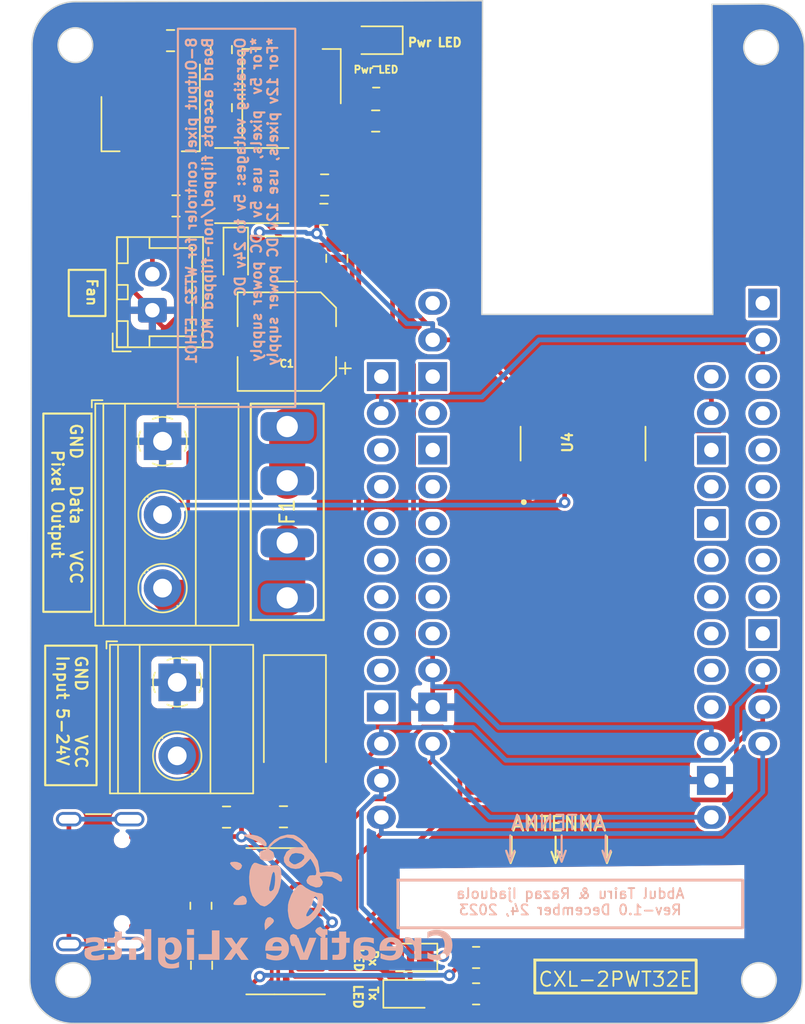
<source format=kicad_pcb>
(kicad_pcb (version 20221018) (generator pcbnew)
  (layers (0 "F.Cu" signal) (31 "B.Cu" signal) (34 "B.Paste" user) (35 "F.Paste" user) (36 "B.SilkS" user "B.Silkscreen") (37 "F.SilkS" user "F.Silkscreen") (38 "B.Mask" user) (39 "F.Mask" user) (44 "Edge.Cuts" user))
  (net 0 "")
  (net 1 "RPP")
  (net 2 "GND")
  (net 3 "Net-(U1-SW)")
  (net 4 "Net-(U1-BST)")
  (net 5 "VOUT")
  (net 6 "VIN")
  (net 7 "Net-(D2-K)")
  (net 8 "3V3")
  (net 9 "Net-(JST1-Pin_3)")
  (net 18 "3.3V")
  (net 19 "Port-1")
  (net 26 "EN")
  (net 28 "RxOut")
  (net 33 "Net-(D3-A)")
  (net 39 "TxOut")
  (net 45 "Net-(D4-A)")
  (net 48 "DTR")
  (net 49 "IO0")
  (net 67 "Output-1")
  (net 70 "F5V")
  (net 76 "VBUS")
  (net 77 "D+")
  (net 78 "D-")
  (net 79 "unconnected-(J4-SHIELD-PadS1)")
  (footprint "Capacitor_SMD:C_0805_2012Metric_Pad1.18x1.45mm_HandSolder" (layer "F.Cu") (at 114.0605 100.4869 -90)
    (fp_text reference "C12" hide)
    (fp_text value "1uF")
  )
  (footprint "Capacitor_SMD:C_0805_2012Metric_Pad1.18x1.45mm_HandSolder" (layer "F.Cu") (at 111.9114 36.522)
    (fp_text reference "C8" hide)
    (fp_text value "10uF")
  )
  (footprint "Capacitor_SMD:C_0805_2012Metric_Pad1.18x1.45mm_HandSolder" (layer "F.Cu") (at 115.7902 90.2336 180)
    (fp_text reference "C6" hide)
    (fp_text value "100nF")
  )
  (footprint "Package_TO_SOT_SMD:SOT-223-3_TabPin2" (layer "F.Cu") (at 120.2903 39.0127 90)
    (fp_text reference "U7" hide)
    (fp_text value "AMS1117-3.3")
  )
  (footprint "LED_SMD:LED_0805_2012Metric_Pad1.15x1.40mm_HandSolder" (layer "F.Cu") (at 126.1319 36.4941 180)
    (fp_text reference "D2" hide)
    (fp_text value "Pwr LED")
  )
  (footprint "Capacitor_SMD:C_0805_2012Metric_Pad1.18x1.45mm_HandSolder" (layer "F.Cu") (at 115.4294 41.1656 90)
    (fp_text reference "C5" hide)
    (fp_text value "1uF")
  )
  (footprint "Connector_USB:USB_C_Receptacle_GCT_USB4105-xx-A_16P_TopMnt_Horizontal" (layer "F.Cu") (at 105.9488 94.6994 -90)
    (fp_text reference "J4" hide)
    (fp_text value "USB_C")
  )
  (footprint "Diode_SMD:D_SOD-323_HandSoldering" (layer "F.Cu") (at 116.4294 51.4622 -90)
    (fp_text reference "D5" hide)
    (fp_text value "SS14")
  )
  (footprint "Package_TO_SOT_SMD:TSOT-23-6" (layer "F.Cu") (at 119.8709 51.6231)
    (fp_text reference "U1" hide)
    (fp_text value "AP63205WU")
  )
  (footprint "Capacitor_SMD:C_0805_2012Metric_Pad1.18x1.45mm_HandSolder" (layer "F.Cu") (at 119.7318 90.2136 180)
    (fp_text reference "C7" hide)
    (fp_text value "100nF")
  )
  (footprint "Capacitor_SMD:C_0805_2012Metric_Pad1.18x1.45mm_HandSolder" (layer "F.Cu") (at 112.2911 47.9575)
    (fp_text reference "C9" hide)
    (fp_text value "22uF")
  )
  (footprint "Diode_SMD:D_SMB_Handsoldering" (layer "F.Cu") (at 120.5252 83.737 -90)
    (fp_text reference "D1" hide)
    (fp_text value "STR10100BF")
  )
  (footprint "Package_TO_SOT_SMD:SOT-223-3_TabPin2" (layer "F.Cu") (at 110.5356 42.2675 -90)
    (fp_text reference "U6" hide)
    (fp_text value "AMS1117-3.3")
  )
  (footprint "SN74HC125DR:SOIC127P600X175-14N" (layer "F.Cu") (at 140.4808 64.399 90)
    (fp_text reference "U4")
    (fp_text value "SN74HC125DR")
  )
  (footprint "WT32-ETH-Fuse-Holder:MCCQ-122_MTC" (layer "F.Cu") (at 119.9944 74.9686 90)
    (fp_text reference "F1")
    (fp_text value "~")
  )
  (footprint "Resistor_SMD:R_0805_2012Metric_Pad1.20x1.40mm_HandSolder" (layer "F.Cu") (at 114.0183 96.3703 90)
    (fp_text reference "R6" hide)
    (fp_text value "120")
  )
  (footprint "Capacitor_SMD:C_0805_2012Metric_Pad1.18x1.45mm_HandSolder" (layer "F.Cu") (at 123.4294 51.583 90)
    (fp_text reference "C2" hide)
    (fp_text value "100nF")
  )
  (footprint "Package_SO:SOP-16_3.9x9.9mm_P1.27mm" (layer "F.Cu") (at 119.1065 97.4378 180)
    (fp_text reference "U5" hide)
    (fp_text value "CH340C")
  )
  (footprint "Resistor_SMD:R_0805_2012Metric_Pad1.20x1.40mm_HandSolder" (layer "F.Cu") (at 126.1569 39.0341)
    (fp_text reference "R1" hide)
    (fp_text value "1K")
  )
  (footprint "Capacitor_SMD:C_0805_2012Metric_Pad1.18x1.45mm_HandSolder" (layer "F.Cu") (at 115.4294 37.1446 -90)
    (fp_text reference "C11" hide)
    (fp_text value "22uF")
  )
  (footprint "Capacitor_SMD:C_0805_2012Metric_Pad1.18x1.45mm_HandSolder" (layer "F.Cu") (at 122.5847 46.5059)
    (fp_text reference "C3" hide)
    (fp_text value "22uF")
  )
  (footprint "Resistor_SMD:R_0805_2012Metric_Pad1.20x1.40mm_HandSolder" (layer "F.Cu") (at 133.0754 102.4609 180)
    (fp_text reference "R2" hide)
    (fp_text value "1K")
  )
  (footprint "Connector_JST:JST_XH_B2B-XH-A_1x02_P2.50mm_Vertical" (layer "F.Cu") (at 110.6532 55.1718 90)
    (fp_text reference "J3" hide)
    (fp_text value "Fan 1")
  )
  (footprint "Capacitor_SMD:C_0805_2012Metric_Pad1.18x1.45mm_HandSolder" (layer "F.Cu") (at 126.1194 42.0821)
    (fp_text reference "C10" hide)
    (fp_text value "10uF")
  )
  (footprint "Inductor_SMD:L_Taiyo-Yuden_MD-5050" (layer "F.Cu") (at 117.5411 46.5513)
    (fp_text reference "L1" hide)
    (fp_text value "4.7uH")
  )
  (footprint "WT32-ETH01:WT32_ETH01" (layer "F.Cu") (at 137.2347 94.0317 180)
    (fp_text reference "U3" hide)
    (fp_text value "WT32-ETH01")
  )
  (footprint "Capacitor_SMD:CP_Elec_6.3x5.4" (layer "F.Cu") (at 119.9662 57.3433 180)
    (fp_text reference "C1")
    (fp_text value "100uF")
  )
  (footprint "LED_SMD:LED_0805_2012Metric_Pad1.15x1.40mm_HandSolder" (layer "F.Cu") (at 128.5104 102.4609)
    (fp_text reference "D3" hide)
    (fp_text value "Tx")
  )
  (footprint "Capacitor_SMD:C_0805_2012Metric_Pad1.18x1.45mm_HandSolder" (layer "F.Cu") (at 122.5344 48.5379)
    (fp_text reference "C4" hide)
    (fp_text value "22uF")
  )
  (footprint "Resistor_SMD:R_0805_2012Metric_Pad1.20x1.40mm_HandSolder" (layer "F.Cu") (at 133.0754 99.9461 180)
    (fp_text reference "R3" hide)
    (fp_text value "1K")
  )
  (footprint "TerminalBlock_Phoenix:TerminalBlock_Phoenix_MKDS-1,5-3-5.08_1x03_P5.08mm_Horizontal" (layer "F.Cu") (at 111.3584 64.2346 -90)
    (fp_text reference "JST1" hide)
    (fp_text value "Output 1" hide)
  )
  (footprint "LED_SMD:LED_0805_2012Metric_Pad1.15x1.40mm_HandSolder" (layer "F.Cu") (at 128.5284 99.9461 180)
    (fp_text reference "D4" hide)
    (fp_text value "Rx")
  )
  (footprint "TerminalBlock_Phoenix:TerminalBlock_Phoenix_MKDS-1,5-2-5.08_1x02_P5.08mm_Horizontal" (layer "F.Cu") (at 112.3744 80.9152 -90)
    (fp_text reference "J1" hide)
    (fp_text value "4.5-28V Power Input" hide)
  )
  (footprint "LOGO" (layer "B.Cu") (at 119.906769 95.322 180)
    (fp_text reference "G***" hide)
    (fp_text value "LOGO" hide)
  )
  (footprint "WT32-ETH01:WT32_ETH01" (layer "B.Cu") (at 142.2029 88.9517)
    (fp_text reference "U2" hide)
    (fp_text value "WT32-ETH01")
  )
  (gr_line (start 133.468069 55.461831) (end 149.468069 55.461831) (stroke (width 0.1)) (layer "Edge.Cuts"))
  (gr_line (start 105.368535 33.830845) (end 133.518069 33.761831) (stroke (width 0.1)) (layer "Edge.Cuts"))
  (gr_line (start 105.168069 104.505358) (end 152.662726 104.504127) (stroke (width 0.1)) (layer "Edge.Cuts"))
  (gr_arc (start 155.662768 101.505358) (mid 154.783999 103.626258) (end 152.662726 104.504127) (stroke (width 0.1)) (layer "Edge.Cuts"))
  (gr_circle (center 105.168069 101.505358) (end 106.368069 101.505358) (stroke (width 0.1)) (fill none) (layer "Edge.Cuts"))
  (gr_arc (start 152.862376 33.985547) (mid 154.960947 34.890948) (end 155.812767 37.011831) (stroke (width 0.1)) (layer "Edge.Cuts"))
  (gr_circle (center 105.3233 36.835831) (end 106.5233 36.835831) (stroke (width 0.1)) (fill none) (layer "Edge.Cuts"))
  (gr_line (start 149.468069 55.461831) (end 149.418069 34.011831) (stroke (width 0.1)) (layer "Edge.Cuts"))
  (gr_circle (center 152.812768 36.985254) (end 154.012768 36.985254) (stroke (width 0.1)) (fill none) (layer "Edge.Cuts"))
  (gr_line (start 149.418069 34.011831) (end 152.862376 33.985547) (stroke (width 0.1)) (layer "Edge.Cuts"))
  (gr_line (start 133.518069 33.761831) (end 133.468069 55.461831) (stroke (width 0.1)) (layer "Edge.Cuts"))
  (gr_arc (start 102.31807 36.811831) (mid 103.222833 34.686407) (end 105.368535 33.830845) (stroke (width 0.1)) (layer "Edge.Cuts"))
  (gr_line (start 155.662768 101.505358) (end 155.812767 37.011831) (stroke (width 0.1)) (layer "Edge.Cuts"))
  (gr_arc (start 105.168069 104.505358) (mid 103.02887 103.608616) (end 102.1685 101.454518) (stroke (width 0.1)) (layer "Edge.Cuts"))
  (gr_circle (center 152.663999 101.505358) (end 153.863999 101.505358) (stroke (width 0.1)) (fill none) (layer "Edge.Cuts"))
  (gr_line (start 102.31807 36.811831) (end 102.1685 101.454518) (stroke (width 0.1)) (layer "Edge.Cuts"))
  (gr_text "|" (at 139.574042 92.730345) (layer "B.SilkS") (effects (font (size 1 1)) (justify left bottom mirror)))
  (gr_text ">" (at 135.953291 92.222345 90) (layer "B.SilkS") (effects (font (size 1 1)) (justify left bottom mirror)))
  (gr_text ">" (at 139.509291 92.222345 90) (layer "B.SilkS") (effects (font (size 1 1)) (justify left bottom mirror)))
  (gr_text "Creative xLights" (at 118.696479 100.450198) (layer "B.SilkS") (effects (font (size 2 2) (thickness 0.25) bold) (justify bottom mirror)))
  (gr_text "|" (at 142.622042 92.730345) (layer "B.SilkS") (effects (font (size 1 1)) (justify left bottom mirror)))
  (gr_text "|" (at 136.018042 92.730345) (layer "B.SilkS") (effects (font (size 1 1)) (justify left bottom mirror)))
  (gr_text ">" (at 142.622042 92.222345 90) (layer "B.SilkS") (effects (font (size 1 1)) (justify left bottom mirror)))
  (gr_text "ANTENNA" (at 142.114042 91.206345) (layer "B.SilkS") (effects (font (size 1 1)) (justify left bottom mirror)))
  (gr_text ">" (at 134.957359 92.305831 -90) (layer "F.SilkS") (effects (font (size 1 1)) (justify left bottom)))
  (gr_text "ANTENNA" (at 135.465359 91.289831) (layer "F.SilkS") (effects (font (size 1 1)) (justify left bottom)))
  (gr_text "|" (at 134.957359 92.813831) (layer "F.SilkS") (effects (font (size 1 1)) (justify left bottom)))
  (gr_text ">" (at 141.62611 92.305831 -90) (layer "F.SilkS") (effects (font (size 1 1)) (justify left bottom)))
  (gr_text "|" (at 141.561359 92.813831) (layer "F.SilkS") (effects (font (size 1 1)) (justify left bottom)))
  (gr_text "LED" (at 124.598513 99.208155 -90) (layer "F.SilkS") (effects (font (size 0.6 0.6) (thickness 0.15) bold) (justify left bottom)))
  (gr_text "LED" (at 124.546889 101.742552 -90) (layer "F.SilkS") (effects (font (size 0.6 0.6) (thickness 0.15) bold) (justify left bottom)))
  (gr_text "Pwr LED" (at 128.271597 37.002125) (layer "F.SilkS") (effects (font (size 0.6 0.6)) (justify left bottom)))
  (gr_text "Tx" (at 125.611257 101.861919 -90) (layer "F.SilkS") (effects (font (size 0.6 0.6) (thickness 0.15) bold) (justify left bottom)))
  (gr_text "|" (at 138.005359 92.813831) (layer "F.SilkS") (effects (font (size 1 1)) (justify left bottom)))
  (gr_text ">" (at 138.07011 92.305831 -90) (layer "F.SilkS") (effects (font (size 1 1)) (justify left bottom)))
  (gr_text "Rx" (at 125.611257 99.339437 -90) (layer "F.SilkS") (effects (font (size 0.6 0.6) (thickness 0.15) bold) (justify left bottom)))
  (gr_text_box "8-Output pixel controler for WT32-ETH01\nBoard accepts flipped/non-flipped MCU\n\nOperating voltages: 5v to 24v DC\n*For 5v  pixels, use 5v  DC power supply\n*For 12v pixels, use 12v DC power supply" (start 112.421802 61.862517) (end 120.549802 35.700517) (angle 1170) (layer "B.SilkS") (effects (font (size 0.7 0.7)) (justify left top mirror)) (stroke (width 0.15)))
  (gr_text_box "Abdul Tairu & Razaq Ijaduola\nRev-1.0 December 24, 2023" (start 127.65611 94.591831) (end 151.53211 97.893831) (angle 720) (layer "B.SilkS") (effects (font (size 0.7 0.7) (thickness 0.125) bold) (justify top mirror)) (stroke (width 0.2)))
  (gr_text_box "GND     VCC\nInput 5-24V" (start 106.786329 78.375155) (end 103.230329 88.027155) (angle 1350) (layer "F.SilkS") (effects (font (size 0.8 0.8)) (justify left top)) (stroke (width 0.15)))
  (gr_text_box "CXL-2PWT32E" (start 137.140535 100.120881) (end 148.316535 102.406881) (angle 1440) (layer "F.SilkS") (effects (font (size 1 1) (thickness 0.125) bold) (justify top)) (stroke (width 0.2)))
  (gr_text_box "Fan" (start 107.403901 52.378644) (end 104.863901 55.572708) (angle 990) (layer "F.SilkS") (effects (font (size 0.7 0.7)) (justify left top)) (stroke (width 0.15)))
  (gr_text_box "GND   Data   VCC\n   Pixel Output" (start 106.436302 62.319451) (end 103.102848 76.035451) (angle 270) (layer "F.SilkS") (effects (font (size 0.8 0.8)) (justify left top)) (stroke (width 0.15)))
  (segment (start 118.7334 53.3105) (end 118.7334 52.5731) (width 0.325) (layer "F.Cu") (net 1))
  (segment (start 123.294 79.2344) (end 123.294 64.4196) (width 2.5) (layer "F.Cu") (net 1))
  (segment (start 108.2356 39.1175) (end 109.3109 39.1175) (width 0.325) (layer "F.Cu") (net 1))
  (segment (start 118.7334 52.5731) (end 118.7334 51.6231) (width 0.325) (layer "F.Cu") (net 1))
  (segment (start 114.378 44.0921) (end 111.7602 41.4743) (width 0.325) (layer "F.Cu") (net 1))
  (segment (start 118.7334 51.6231) (end 116.525 51.6231) (width 0.325) (layer "F.Cu") (net 1))
  (segment (start 110.5146 36.8813) (end 110.8739 36.522) (width 0.325) (layer "F.Cu") (net 1))
  (segment (start 120.525 81.037) (end 120.5252 81.037) (width 2.5) (layer "F.Cu") (net 1))
  (segment (start 123.294 64.4196) (end 122.093 63.2186) (width 2.5) (layer "F.Cu") (net 1))
  (segment (start 119.994 65.0936) (end 119.994 66.9686) (width 2.5) (layer "F.Cu") (net 1))
  (segment (start 111.7602 38.1269) (end 110.5146 36.8813) (width 0.325) (layer "F.Cu") (net 1))
  (segment (start 121.492 81.037) (end 123.294 79.2344) (width 2.5) (layer "F.Cu") (net 1))
  (segment (start 120.5252 81.037) (end 121.492 81.037) (width 2.5) (layer "F.Cu") (net 1))
  (segment (start 122.093 63.2186) (end 119.9944 63.2186) (width 2.5) (layer "F.Cu") (net 1))
  (segment (start 109.3109 38.085) (end 110.5146 36.8813) (width 0.325) (layer "F.Cu") (net 1))
  (segment (start 119.9944 65.094) (end 119.9944 66.9686) (width 0.25) (layer "F.Cu") (net 1))
  (segment (start 122.7662 57.3433) (end 118.7334 53.3105) (width 0.325) (layer "F.Cu") (net 1))
  (segment (start 119.9944 63.2186) (end 119.994 63.2186) (width 2.5) (layer "F.Cu") (net 1))
  (segment (start 122.093 58.0165) (end 122.7662 57.3433) (width 0.325) (layer "F.Cu") (net 1))
  (segment (start 116.525 51.6231) (end 114.378 49.4761) (width 0.325) (layer "F.Cu") (net 1))
  (segment (start 114.378 49.4761) (end 114.378 44.0921) (width 0.325) (layer "F.Cu") (net 1))
  (segment (start 119.994 65.0936) (end 119.9944 65.094) (width 0.25) (layer "F.Cu") (net 1))
  (segment (start 109.3109 39.1175) (end 109.3109 38.085) (width 0.325) (layer "F.Cu") (net 1))
  (segment (start 122.093 63.2186) (end 122.093 58.0165) (width 0.325) (layer "F.Cu") (net 1))
  (segment (start 119.994 63.2186) (end 119.994 65.0936) (width 2.5) (layer "F.Cu") (net 1))
  (segment (start 111.7602 41.4743) (end 111.7602 38.1269) (width 0.325) (layer "F.Cu") (net 1))
  (segment (start 116.915 41.6137) (end 115.4294 40.1281) (width 0.325) (layer "F.Cu") (net 2))
  (segment (start 115.4294 40.1281) (end 115.1567 39.8554) (width 0.325) (layer "F.Cu") (net 2))
  (segment (start 140.4808 68.2019) (end 140.4808 66.874) (width 0.325) (layer "F.Cu") (net 2))
  (segment (start 131.2717 81.2967) (end 130.0668 81.2967) (width 0.325) (layer "F.Cu") (net 2))
  (segment (start 143.386 68.2019) (end 140.4808 68.2019) (width 0.325) (layer "F.Cu") (net 2))
  (segment (start 115.1567 39.1175) (end 115.1567 38.4548) (width 0.325) (layer "F.Cu") (net 2))
  (segment (start 114.9551 34.5158) (end 124.7476 34.5158) (width 0.325) (layer "F.Cu") (net 2))
  (segment (start 139.5323 69.2107) (end 140.4808 68.2622) (width 0.325) (layer "F.Cu") (net 2))
  (segment (start 115.8179 89.1684) (end 114.7527 90.2336) (width 0.325) (layer "F.Cu") (net 2))
  (segment (start 138.5837 69.2107) (end 139.5323 69.2107) (width 0.325) (layer "F.Cu") (net 2))
  (segment (start 116.915 42.1627) (end 116.915 41.6137) (width 0.325) (layer "F.Cu") (net 2))
  (segment (start 110.2179 97.8994) (end 109.6288 97.8994) (width 0.25) (layer "F.Cu") (net 2))
  (segment (start 112.3744 82.5405) (end 110.7335 84.1814) (width 0.325) (layer "F.Cu") (net 2))
  (segment (start 123.5719 48.5379) (end 124.4879 49.4539) (width 0.325) (layer "F.Cu") (net 2))
  (segment (start 124.7476 34.5158) (end 126.0085 35.7767) (width 0.325) (layer "F.Cu") (net 2))
  (segment (start 110.6532 55.1718) (end 107.1115 51.6301) (width 0.325) (layer "F.Cu") (net 2))
  (segment (start 113.3286 54.6681) (end 113.3286 47.9575) (width 0.325) (layer "F.Cu") (net 2))
  (segment (start 113.8429 101.5244) (end 110.2179 97.8994) (width 0.25) (layer "F.Cu") (net 2))
  (segment (start 112.8356 36.522) (end 112.8356 37.7922) (width 0.325) (layer "F.Cu") (net 2))
  (segment (start 115.1567 39.8554) (end 115.1567 39.1175) (width 0.325) (layer "F.Cu") (net 2))
  (segment (start 111.3584 64.2346) (end 111.3584 65.8599) (width 0.325) (layer "F.Cu") (net 2))
  (segment (start 112.9489 36.522) (end 114.9551 34.5158) (width 0.325) (layer "F.Cu") (net 2))
  (segment (start 118.6943 90.2136) (end 117.6491 89.1684) (width 0.325) (layer "F.Cu") (net 2))
  (segment (start 137.1186 75.4498) (end 136.456 76.1124) (width 0.325) (layer "F.Cu") (net 2))
  (segment (start 127.1569 41.0341) (end 127.1569 42.0821) (width 0.325) (layer "F.Cu") (net 2))
  (segment (start 137.1186 70.6758) (end 137.1186 75.4498) (width 0.325) (layer "F.Cu") (net 2))
  (segment (start 117.6491 89.1684) (end 115.8179 89.1684) (width 0.325) (layer "F.Cu") (net 2))
  (segment (start 140.4808 68.2622) (end 140.4808 68.2019) (width 0.325) (layer "F.Cu") (net 2))
  (segment (start 112.8356 36.522) (end 112.9489 36.522) (width 0.325) (layer "F.Cu") (net 2))
  (segment (start 124.4879 53.1911) (end 124.1037 53.5753) (width 0.325) (layer "F.Cu") (net 2))
  (segment (start 123.6222 46.5059) (end 123.5719 46.5059) (width 0.325) (layer "F.Cu") (net 2))
  (segment (start 120.0527 103.4366) (end 110.4047 103.4366) (width 0.25) (layer "F.Cu") (net 2))
  (segment (start 122.0106 53.5753) (end 121.0084 52.5731) (width 0.325) (layer "F.Cu") (net 2))
  (segment (start 123.5719 46.5059) (end 123.5719 48.5379) (width 0.325) (layer "F.Cu") (net 2))
  (segment (start 111.4063 62.5614) (end 111.3584 62.6093) (width 0.325) (layer "F.Cu") (net 2))
  (segment (start 110.433 90.032) (end 110.433 90.7769) (width 0.25) (layer "F.Cu") (net 2))
  (segment (start 114.7527 90.2336) (end 114.504 90.4823) (width 0.325) (layer "F.Cu") (net 2))
  (segment (start 110.433 90.7769) (end 109.7105 91.4994) (width 0.25) (layer "F.Cu") (net 2))
  (segment (start 112.8356 39.1175) (end 112.8356 37.7922) (width 0.325) (layer "F.Cu") (net 2))
  (segment (start 148.0455 87.702) (end 136.456 76.1124) (width 0.325) (layer "F.Cu") (net 2))
  (segment (start 136.6708 66.874) (end 136.6708 67.2978) (width 0.325) (layer "F.Cu") (net 2))
  (segment (start 115.1567 39.1175) (end 113.9109 39.1175) (width 0.325) (layer "F.Cu") (net 2))
  (segment (start 123.4203 46.5059) (end 121.4515 44.5371) (width 0.325) (layer "F.Cu") (net 2))
  (segment (start 130.0668 82.622) (end 130.0668 81.2967) (width 0.325) (layer "F.Cu") (net 2))
  (segment (start 115.1567 38.4548) (end 115.4294 38.1821) (width 0.325) (layer "F.Cu") (net 2))
  (segment (start 111.6467 56.35) (end 113.3286 54.6681) (width 0.325) (layer "F.Cu") (net 2))
  (segment (start 136.6708 67.2978) (end 138.5837 69.2107) (width 0.325) (layer "F.Cu") (net 2))
  (segment (start 124.4879 49.4539) (end 124.4879 53.1911) (width 0.325) (layer "F.Cu") (net 2))
  (segment (start 106.6539 91.046) (end 108.9062 88.7937) (width 0.25) (layer "F.Cu") (net 2))
  (segment (start 110.7335 86.7118) (end 114.504 90.4823) (width 0.325) (layer "F.Cu") (net 2))
  (segment (start 121.6065 101.8828) (end 120.0527 103.4366) (width 0.25) (layer "F.Cu") (net 2))
  (segment (start 123.5719 46.5059) (end 123.4203 46.5059) (width 0.325) (layer "F.Cu") (net 2))
  (segment (start 112.2112 92.7751) (end 112.2112 95.9061) (width 0.25) (layer "F.Cu") (net 2))
  (segment (start 109.1947 68.0236) (end 109.1947 88.7937) (width 0.25) (layer "F.Cu") (net 2))
  (segment (start 107.1115 51.6301) (end 107.1115 37.9836) (width 0.325) (layer "F.Cu") (net 2))
  (segment (start 111.4063 56.35) (end 111.6467 56.35) (width 0.325) (layer "F.Cu") (net 2))
  (segment (start 119.4752 43.6476) (end 117.9903 42.1627) (width 0.325) (layer "F.Cu") (net 2))
  (segment (start 124.1037 53.5753) (end 122.0106 53.5753) (width 0.325) (layer "F.Cu") (net 2))
  (segment (start 144.2908 67.2971) (end 143.386 68.2019) (width 0.325) (layer "F.Cu") (net 2))
  (segment (start 111.771 35.4574) (end 112.8356 36.522) (width 0.325) (layer "F.Cu") (net 2))
  (segment (start 114.0605 101.5244) (end 113.8429 101.5244) (width 0.325) (layer "F.Cu") (net 2))
  (segment (start 117.1662 57.3433) (end 116.0038 57.3433) (width 0.325) (layer "F.Cu") (net 2))
  (segment (start 149.3708 87.702) (end 148.0455 87.702) (width 0.325) (layer "F.Cu") (net 2))
  (segment (start 112.3744 80.9152) (end 112.3744 82.5405) (width 0.325) (layer "F.Cu") (net 2))
  (segment (start 107.1115 37.9836) (end 109.6377 35.4574) (width 0.325) (layer "F.Cu") (net 2))
  (segment (start 125.1569 39.0341) (end 127.1569 41.0341) (width 0.325) (layer "F.Cu") (net 2))
  (segment (start 136.456 76.1124) (end 131.2717 81.2967) (width 0.325) (layer "F.Cu") (net 2))
  (segment (start 117.9903 42.1627) (end 116.915 42.1627) (width 0.325) (layer "F.Cu") (net 2))
  (segment (start 111.3584 65.8599) (end 109.1947 68.0236) (width 0.325) (layer "F.Cu") (net 2))
  (segment (start 111.4063 56.35) (end 111.4063 62.5614) (width 0.325) (layer "F.Cu") (net 2))
  (segment (start 106.6539 99.6858) (end 106.6539 91.046) (width 0.25) (layer "F.Cu") (net 2))
  (segment (start 110.6532 55.5969) (end 111.4063 56.35) (width 0.325) (layer "F.Cu") (net 2))
  (segment (start 119.8063 43.6476) (end 119.4752 43.6476) (width 0.325) (layer "F.Cu") (net 2))
  (segment (start 111.3584 63.4219) (end 111.3584 62.6093) (width 0.325) (layer "F.Cu") (net 2))
  (segment (start 112.8356 39.1175) (end 113.9109 39.1175) (width 0.325) (layer "F.Cu") (net 2))
  (segment (start 138.5837 69.2107) (end 137.1186 70.6758) (width 0.325) (layer "F.Cu") (net 2))
  (segment (start 121.4515 44.5371) (end 120.6958 44.5371) (width 0.325) (layer "F.Cu") (net 2))
  (segment (start 109.1947 88.7937) (end 110.433 90.032) (width 0.25) (layer "F.Cu") (net 2))
  (segment (start 120.6958 44.5371) (end 119.8063 43.6476) (width 0.325) (layer "F.Cu") (net 2))
  (segment (start 110.4047 103.4366) (end 106.6539 99.6858) (width 0.25) (layer "F.Cu") (net 2))
  (segment (start 126.0085 35.7767) (end 126.0085 38.1825) (width 0.325) (layer "F.Cu") (net 2))
  (segment (start 108.9062 88.7937) (end 109.1947 88.7937) (width 0.25) (layer "F.Cu") (net 2))
  (segment (start 110.6532 55.1718) (end 110.6532 55.5969) (width 0.325) (layer "F.Cu") (net 2))
  (segment (start 116.0038 57.3433) (end 113.3286 54.6681) (width 0.325) (layer "F.Cu") (net 2))
  (segment (start 126.0085 38.1825) (end 125.1569 39.0341) (width 0.325) (layer "F.Cu") (net 2))
  (segment (start 112.2112 95.9061) (end 110.2179 97.8994) (width 0.25) (layer "F.Cu") (net 2))
  (segment (start 109.7105 91.4994) (end 109.6288 91.4994) (width 0.25) (layer "F.Cu") (net 2))
  (segment (start 144.2908 66.874) (end 144.2908 67.2971) (width 0.325) (layer "F.Cu") (net 2))
  (segment (start 111.3584 63.4219) (end 111.3584 64.2346) (width 0.325) (layer "F.Cu") (net 2))
  (segment (start 114.504 90.4823) (end 112.2112 92.7751) (width 0.25) (layer "F.Cu") (net 2))
  (segment (start 109.6377 35.4574) (end 111.771 35.4574) (width 0.325) (layer "F.Cu") (net 2))
  (segment (start 110.7335 84.1814) (end 110.7335 86.7118) (width 0.325) (layer "F.Cu") (net 2))
  (segment (start 112.3744 79.2899) (end 109.7331 76.6486) (width 0.325) (layer "B.Cu") (net 2))
  (segment (start 109.7331 67.4852) (end 111.3584 65.8599) (width 0.325) (layer "B.Cu") (net 2))
  (segment (start 130.0668 82.622) (end 128.7415 82.622) (width 0.325) (layer "B.Cu") (net 2))
  (segment (start 128.7415 82.622) (end 128.7415 82.3734) (width 0.325) (layer "B.Cu") (net 2))
  (segment (start 127.6648 81.2967) (end 114.3812 81.2967) (width 0.325) (layer "B.Cu") (net 2))
  (segment (start 111.3584 64.2346) (end 111.3584 65.8599) (width 0.325) (layer "B.Cu") (net 2))
  (segment (start 109.7331 76.6486) (end 109.7331 67.4852) (width 0.325) (layer "B.Cu") (net 2))
  (segment (start 114.3812 81.2967) (end 113.9997 80.9152) (width 0.325) (layer "B.Cu") (net 2))
  (segment (start 112.3744 80.9152) (end 113.9997 80.9152) (width 0.325) (layer "B.Cu") (net 2))
  (segment (start 112.3744 80.9152) (end 112.3744 79.2899) (width 0.325) (layer "B.Cu") (net 2))
  (segment (start 128.7415 82.3734) (end 127.6648 81.2967) (width 0.325) (layer "B.Cu") (net 2))
  (segment (start 115.7411 46.5513) (end 116.8164 46.5513) (width 0.325) (layer "F.Cu") (net 3))
  (segment (start 116.8164 47.4079) (end 119.9073 50.4988) (width 0.325) (layer "F.Cu") (net 3))
  (segment (start 121.0084 51.6231) (end 122.432 51.6231) (width 0.325) (layer "F.Cu") (net 3))
  (segment (start 119.9073 50.4988) (end 119.9073 50.9105) (width 0.325) (layer "F.Cu") (net 3))
  (segment (start 122.432 51.6231) (end 123.4294 52.6205) (width 0.325) (layer "F.Cu") (net 3))
  (segment (start 120.6199 51.6231) (end 121.0084 51.6231) (width 0.325) (layer "F.Cu") (net 3))
  (segment (start 116.8164 46.5513) (end 116.8164 47.4079) (width 0.325) (layer "F.Cu") (net 3))
  (segment (start 119.9073 50.9105) (end 120.6199 51.6231) (width 0.325) (layer "F.Cu") (net 3))
  (segment (start 123.3018 50.6731) (end 123.4294 50.5455) (width 0.325) (layer "F.Cu") (net 4))
  (segment (start 121.0084 50.6731) (end 123.3018 50.6731) (width 0.325) (layer "F.Cu") (net 4))
  (segment (start 119.3411 46.5513) (end 121.492 46.5513) (width 0.325) (layer "F.Cu") (net 5))
  (segment (start 136.6708 61.4247) (end 136.6708 61.924) (width 0.325) (layer "F.Cu") (net 5))
  (segment (start 127.7406 44.8214) (end 125.0819 42.1627) (width 0.325) (layer "F.Cu") (net 5))
  (segment (start 119.3411 46.5513) (end 119.3411 44.126) (width 0.325) (layer "F.Cu") (net 5))
  (segment (start 149.3708 62.302) (end 149.3708 61.1767) (width 0.325) (layer "F.Cu") (net 5))
  (segment (start 121.492 46.5513) (end 121.4969 46.5562) (width 0.325) (layer "F.Cu") (net 5))
  (segment (start 122.0396 49.0806) (end 121.4969 48.5379) (width 0.325) (layer "F.Cu") (net 5))
  (segment (start 118.7334 50.6731) (end 118.2725 50.2122) (width 0.325) (layer "F.Cu") (net 5))
  (segment (start 118.2725 50.2122) (end 118.0718 50.2122) (width 0.325) (layer "F.Cu") (net 5))
  (segment (start 121.5472 46.5059) (end 121.4969 46.5562) (width 0.325) (layer "F.Cu") (net 5))
  (segment (start 121.4969 46.5562) (end 121.4969 48.5379) (width 0.325) (layer "F.Cu") (net 5))
  (segment (start 147.6512 60.5824) (end 137.5131 60.5824) (width 0.325) (layer "F.Cu") (net 5))
  (segment (start 119.3411 44.126) (end 117.3523 44.126) (width 0.325) (layer "F.Cu") (net 5))
  (segment (start 130.0668 57.222) (end 130.0668 56.0967) (width 0.325) (layer "F.Cu") (net 5))
  (segment (start 130.0668 56.0967) (end 129.6448 56.0967) (width 0.325) (layer "F.Cu") (net 5))
  (segment (start 122.0396 49.8653) (end 122.0396 49.0806) (width 0.325) (layer "F.Cu") (net 5))
  (segment (start 129.6448 56.0967) (end 127.7406 54.1925) (width 0.325) (layer "F.Cu") (net 5))
  (segment (start 127.7406 54.1925) (end 127.7406 44.8214) (width 0.325) (layer "F.Cu") (net 5))
  (segment (start 148.2455 61.1767) (end 147.6512 60.5824) (width 0.325) (layer "F.Cu") (net 5))
  (segment (start 118.0718 50.2122) (end 116.4294 50.2122) (width 0.325) (layer "F.Cu") (net 5))
  (segment (start 117.3523 44.126) (end 115.4294 42.2031) (width 0.325) (layer "F.Cu") (net 5))
  (segment (start 125.0819 42.1627) (end 123.6656 42.1627) (width 0.325) (layer "F.Cu") (net 5))
  (segment (start 122.5903 42.1627) (end 123.6656 42.1627) (width 0.325) (layer "F.Cu") (net 5))
  (segment (start 137.5131 60.5824) (end 136.6708 61.4247) (width 0.325) (layer "F.Cu") (net 5))
  (segment (start 118.0718 50.2122) (end 118.0718 49.7692) (width 0.325) (layer "F.Cu") (net 5))
  (segment (start 132.4681 57.222) (end 130.0668 57.222) (width 0.325) (layer "F.Cu") (net 5))
  (segment (start 149.3708 61.1767) (end 148.2455 61.1767) (width 0.325) (layer "F.Cu") (net 5))
  (segment (start 136.6708 61.4247) (end 132.4681 57.222) (width 0.325) (layer "F.Cu") (net 5))
  (segment (start 125.0819 42.1627) (end 125.0819 42.0821) (width 0.325) (layer "F.Cu") (net 5))
  (via (at 118.0718 49.7692) (size 0.8) (drill 0.4) (layers "F.Cu" "B.Cu") (net 5))
  (via (at 122.0396 49.8653) (size 0.8) (drill 0.4) (layers "F.Cu" "B.Cu") (net 5))
  (segment (start 121.3617 49.8653) (end 121.2656 49.7692) (width 0.325) (layer "B.Cu") (net 5))
  (segment (start 121.2656 49.7692) (end 118.0718 49.7692) (width 0.325) (layer "B.Cu") (net 5))
  (segment (start 128.271 56.0967) (end 122.0396 49.8653) (width 0.325) (layer "B.Cu") (net 5))
  (segment (start 122.0396 49.8653) (end 121.3617 49.8653) (width 0.325) (layer "B.Cu") (net 5))
  (segment (start 130.0668 56.0967) (end 128.271 56.0967) (width 0.325) (layer "B.Cu") (net 5))
  (segment (start 130.0668 57.222) (end 130.0668 56.0967) (width 0.325) (layer "B.Cu") (net 5))
  (segment (start 112.374 85.9952) (end 112.3744 85.9952) (width 2.5) (layer "F.Cu") (net 6))
  (segment (start 112.3744 85.9952) (end 120.083 85.9952) (width 2.5) (layer "F.Cu") (net 6))
  (segment (start 120.083 85.9952) (end 120.304 86.2161) (width 2.5) (layer "F.Cu") (net 6))
  (segment (start 120.304 86.2161) (end 120.3043 86.2161) (width 0.325) (layer "F.Cu") (net 6))
  (segment (start 120.3043 86.2161) (end 120.5252 86.437) (width 0.325) (layer "F.Cu") (net 6))
  (segment (start 120.304 86.2161) (end 120.525 86.437) (width 2.5) (layer "F.Cu") (net 6))
  (segment (start 127.1569 39.0341) (end 127.1569 36.4941) (width 0.325) (layer "F.Cu") (net 7))
  (segment (start 127.2902 47.8609) (end 123.9861 44.5568) (width 0.325) (layer "F.Cu") (net 8))
  (segment (start 121.5035 43.3153) (end 121.5035 40.0975) (width 0.325) (layer "F.Cu") (net 8))
  (segment (start 122.745 44.5568) (end 121.5035 43.3153) (width 0.325) (layer "F.Cu") (net 8))
  (segment (start 130.0668 78.9567) (end 129.6448 78.9567) (width 0.325) (layer "F.Cu") (net 8))
  (segment (start 127.2902 57.4919) (end 127.2902 47.8609) (width 0.325) (layer "F.Cu") (net 8))
  (segment (start 129.6448 78.9567) (end 128.7414 78.0533) (width 0.325) (layer "F.Cu") (net 8))
  (segment (start 121.5035 40.0975) (end 125.1069 36.4941) (width 0.325) (layer "F.Cu") (net 8))
  (segment (start 130.0668 80.082) (end 130.0668 78.9567) (width 0.325) (layer "F.Cu") (net 8))
  (segment (start 128.7414 58.9431) (end 127.2902 57.4919) (width 0.325) (layer "F.Cu") (net 8))
  (segment (start 123.9861 44.5568) (end 122.745 44.5568) (width 0.325) (layer "F.Cu") (net 8))
  (segment (start 128.7414 78.0533) (end 128.7414 58.9431) (width 0.325) (layer "F.Cu") (net 8))
  (segment (start 149.3708 85.162) (end 149.3708 84.0367) (width 0.325) (layer "B.Cu") (net 8))
  (segment (start 130.0668 80.082) (end 130.0668 81.2073) (width 0.325) (layer "B.Cu") (net 8))
  (segment (start 134.6584 84.0367) (end 131.829 81.2073) (width 0.325) (layer "B.Cu") (net 8))
  (segment (start 149.3708 84.0367) (end 134.6584 84.0367) (width 0.325) (layer "B.Cu") (net 8))
  (segment (start 131.829 81.2073) (end 130.0668 81.2073) (width 0.325) (layer "B.Cu") (net 8))
  (segment (start 119.9944 74.119) (end 119.9944 75.0686) (width 0.25) (layer "F.Cu") (net 9))
  (segment (start 119.994 72.6936) (end 119.994 74.1186) (width 2.5) (layer "F.Cu") (net 9))
  (segment (start 119.994 74.1186) (end 119.994 75.0686) (width 2.5) (layer "F.Cu") (net 9))
  (segment (start 111.3584 74.395) (end 111.3584 74.3946) (width 0.325) (layer "F.Cu") (net 9))
  (segment (start 119.994 75.0686) (end 112.032 75.0686) (width 2.5) (layer "F.Cu") (net 9))
  (segment (start 119.9944 72.6932) (end 119.9944 71.2686) (width 0.25) (layer "F.Cu") (net 9))
  (segment (start 119.994 74.1186) (end 119.9944 74.119) (width 0.325) (layer "F.Cu") (net 9))
  (segment (start 119.994 72.6936) (end 119.9944 72.6932) (width 0.25) (layer "F.Cu") (net 9))
  (segment (start 111.3584 74.395) (end 111.358 74.3946) (width 2.5) (layer "F.Cu") (net 9))
  (segment (start 112.032 75.0686) (end 111.3584 74.395) (width 2.5) (layer "F.Cu") (net 9))
  (segment (start 119.994 71.2686) (end 119.994 72.6936) (width 2.5) (layer "F.Cu") (net 9))
  (segment (start 123.7957 45.0072) (end 124.9453 46.1568) (width 0.325) (layer "F.Cu") (net 18))
  (segment (start 112.9761 94.781) (end 115.4239 92.3332) (width 0.325) (layer "F.Cu") (net 18))
  (segment (start 116.1752 91.5819) (end 115.4239 92.3332) (width 0.325) (layer "F.Cu") (net 18))
  (segment (start 112.9761 100.0044) (end 112.9761 94.781) (width 0.325) (layer "F.Cu") (net 18))
  (segment (start 120.2903 42.1627) (end 119.215 42.1627) (width 0.325) (layer "F.Cu") (net 18))
  (segment (start 120.2903 35.8627) (end 118.065 35.8627) (width 0.325) (layer "F.Cu") (net 18))
  (segment (start 117.4769 101.8828) (end 116.6065 101.8828) (width 0.325) (layer "F.Cu") (net 18))
  (segment (start 124.9453 46.1568) (end 124.9453 86.0376) (width 0.325) (layer "F.Cu") (net 18))
  (segment (start 120.2903 42.1627) (end 120.2903 43.488) (width 0.325) (layer "F.Cu") (net 18))
  (segment (start 118.6497 92.3332) (end 120.7693 90.2136) (width 0.325) (layer "F.Cu") (net 18))
  (segment (start 122.5585 45.0072) (end 123.7957 45.0072) (width 0.325) (layer "F.Cu") (net 18))
  (segment (start 132.0754 100.4609) (end 134.0754 102.4609) (width 0.325) (layer "F.Cu") (net 18))
  (segment (start 118.065 35.8627) (end 117.8206 36.1071) (width 0.325) (layer "F.Cu") (net 18))
  (segment (start 117.8206 36.1071) (end 117.8206 36.7674) (width 0.325) (layer "F.Cu") (net 18))
  (segment (start 113.4586 100.4869) (end 112.9761 100.0044) (width 0.325) (layer "F.Cu") (net 18))
  (segment (start 116.8277 91.5819) (end 116.1752 91.5819) (width 0.325) (layer "F.Cu") (net 18))
  (segment (start 131.9436 100.4609) (end 131.2273 101.1772) (width 0.325) (layer "F.Cu") (net 18))
  (segment (start 116.187 101.8828) (end 114.7911 100.4869) (width 0.325) (layer "F.Cu") (net 18))
  (segment (start 124.9453 86.0376) (end 120.7693 90.2136) (width 0.325) (layer "F.Cu") (net 18))
  (segment (start 119.215 38.1618) (end 119.215 42.1627) (width 0.325) (layer "F.Cu") (net 18))
  (segment (start 132.0754 100.4609) (end 131.9436 100.4609) (width 0.325) (layer "F.Cu") (net 18))
  (segment (start 117.8206 36.1071) (end 115.4294 36.1071) (width 0.325) (layer "F.Cu") (net 18))
  (segment (start 118.0943 101.2654) (end 117.4769 101.8828) (width 0.325) (layer "F.Cu") (net 18))
  (segment (start 121.6065 98.0728) (end 122.5405 98.0728) (width 0.325) (layer "F.Cu") (net 18))
  (segment (start 115.4239 92.3332) (end 118.6497 92.3332) (width 0.325) (layer "F.Cu") (net 18))
  (segment (start 122.5405 98.0728) (end 123.1047 97.5086) (width 0.325) (layer "F.Cu") (net 18))
  (segment (start 120.2903 43.488) (end 121.0393 43.488) (width 0.325) (layer "F.Cu") (net 18))
  (segment (start 114.7911 100.4869) (end 113.4586 100.4869) (width 0.325) (layer "F.Cu") (net 18))
  (segment (start 116.8277 90.2336) (end 116.8277 91.5819) (width 0.325) (layer "F.Cu") (net 18))
  (segment (start 132.0754 99.9461) (end 132.0754 100.4609) (width 0.325) (layer "F.Cu") (net 18))
  (segment (start 116.6065 101.8828) (end 116.187 101.8828) (width 0.325) (layer "F.Cu") (net 18))
  (segment (start 117.8206 36.7674) (end 119.215 38.1618) (width 0.325) (layer "F.Cu") (net 18))
  (segment (start 121.0393 43.488) (end 122.5585 45.0072) (width 0.325) (layer "F.Cu") (net 18))
  (via (at 123.1047 97.5086) (size 0.8) (drill 0.4) (layers "F.Cu" "B.Cu") (net 18))
  (via (at 118.0943 101.2654) (size 0.8) (drill 0.4) (layers "F.Cu" "B.Cu") (net 18))
  (via (at 116.8277 91.5819) (size 0.8) (drill 0.4) (layers "F.Cu" "B.Cu") (net 18))
  (via (at 131.2273 101.1772) (size 0.8) (drill 0.4) (layers "F.Cu" "B.Cu") (net 18))
  (segment (start 123.1047 97.5086) (end 117.178 91.5819) (width 0.325) (layer "B.Cu") (net 18))
  (segment (start 131.2273 101.1772) (end 118.1825 101.1772) (width 0.325) (layer "B.Cu") (net 18))
  (segment (start 117.178 91.5819) (end 116.8277 91.5819) (width 0.325) (layer "B.Cu") (net 18))
  (segment (start 118.1825 101.1772) (end 118.0943 101.2654) (width 0.325) (layer "B.Cu") (net 18))
  (segment (start 152.9268 57.222) (end 152.9268 58.3473) (width 0.325) (layer "F.Cu") (net 19))
  (segment (start 151.1488 62.3313) (end 149.9635 63.5166) (width 0.325) (layer "F.Cu") (net 19))
  (segment (start 151.1488 59.7033) (end 151.1488 62.3313) (width 0.325) (layer "F.Cu") (net 19))
  (segment (start 137.9408 66.4163) (end 137.9408 66.874) (width 0.325) (layer "F.Cu") (net 19))
  (segment (start 140.8405 63.5166) (end 137.9408 66.4163) (width 0.325) (layer "F.Cu") (net 19))
  (segment (start 149.9635 63.5166) (end 140.8405 63.5166) (width 0.325) (layer "F.Cu") (net 19))
  (segment (start 152.9268 58.3473) (end 152.5048 58.3473) (width 0.325) (layer "F.Cu") (net 19))
  (segment (start 152.5048 58.3473) (end 151.1488 59.7033) (width 0.325) (layer "F.Cu") (net 19))
  (segment (start 137.4335 57.222) (end 133.4788 61.1767) (width 0.325) (layer "B.Cu") (net 19))
  (segment (start 126.5108 62.302) (end 126.5108 61.1767) (width 0.325) (layer "B.Cu") (net 19))
  (segment (start 152.9268 57.222) (end 137.4335 57.222) (width 0.325) (layer "B.Cu") (net 19))
  (segment (start 133.4788 61.1767) (end 126.5108 61.1767) (width 0.325) (layer "B.Cu") (net 19))
  (segment (start 124.1889 93.3682) (end 122.6683 94.8888) (width 0.325) (layer "F.Cu") (net 26))
  (segment (start 122.6683 94.8888) (end 120.5273 94.8888) (width 0.325) (layer "F.Cu") (net 26))
  (segment (start 117.0158 99.3428) (end 116.6065 99.3428) (width 0.325) (layer "F.Cu") (net 26))
  (segment (start 125.9491 88.972) (end 124.1889 90.7322) (width 0.325) (layer "F.Cu") (net 26))
  (segment (start 124.1889 90.7322) (end 124.1889 93.3682) (width 0.325) (layer "F.Cu") (net 26))
  (segment (start 118.5599 96.8562) (end 118.5599 97.7987) (width 0.325) (layer "F.Cu") (net 26))
  (segment (start 130.0668 85.162) (end 130.0668 86.2873) (width 0.325) (layer "F.Cu") (net 26))
  (segment (start 118.5599 97.7987) (end 117.0158 99.3428) (width 0.325) (layer "F.Cu") (net 26))
  (segment (start 116.6065 99.3428) (end 114.1671 99.3428) (width 0.325) (layer "F.Cu") (net 26))
  (segment (start 114.1671 99.3428) (end 114.0605 99.4494) (width 0.325) (layer "F.Cu") (net 26))
  (segment (start 127.3821 88.972) (end 125.9491 88.972) (width 0.325) (layer "F.Cu") (net 26))
  (segment (start 130.0668 86.2873) (end 127.3821 88.972) (width 0.325) (layer "F.Cu") (net 26))
  (segment (start 120.5273 94.8888) (end 118.5599 96.8562) (width 0.325) (layer "F.Cu") (net 26))
  (segment (start 130.0668 86.2873) (end 134.0215 90.242) (width 0.325) (layer "B.Cu") (net 26))
  (segment (start 134.0215 90.242) (end 149.3708 90.242) (width 0.325) (layer "B.Cu") (net 26))
  (segment (start 130.0668 85.162) (end 130.0668 86.2873) (width 0.325) (layer "B.Cu") (net 26))
  (segment (start 126.5108 91.3673) (end 124.7534 93.1247) (width 0.325) (layer "F.Cu") (net 28))
  (segment (start 126.2723 101.2478) (end 120.5327 101.2478) (width 0.325) (layer "F.Cu") (net 28))
  (segment (start 124.7534 97.5244) (end 122.935 99.3428) (width 0.325) (layer "F.Cu") (net 28))
  (segment (start 126.5108 90.242) (end 126.5108 91.3673) (width 0.325) (layer "F.Cu") (net 28))
  (segment (start 122.935 99.3428) (end 121.6065 99.3428) (width 0.325) (layer "F.Cu") (net 28))
  (segment (start 120.5327 101.2478) (end 120.2694 100.9845) (width 0.325) (layer "F.Cu") (net 28))
  (segment (start 120.2694 100.2467) (end 121.1733 99.3428) (width 0.325) (layer "F.Cu") (net 28))
  (segment (start 124.7534 93.1247) (end 124.7534 97.5244) (width 0.325) (layer "F.Cu") (net 28))
  (segment (start 121.1733 99.3428) (end 121.6065 99.3428) (width 0.325) (layer "F.Cu") (net 28))
  (segment (start 120.2694 100.9845) (end 120.2694 100.2467) (width 0.325) (layer "F.Cu") (net 28))
  (segment (start 127.4854 102.4609) (end 126.2723 101.2478) (width 0.325) (layer "F.Cu") (net 28))
  (segment (start 152.9268 85.162) (end 152.9268 88.5) (width 0.325) (layer "B.Cu") (net 28))
  (segment (start 126.5108 90.242) (end 126.5108 91.3673) (width 0.325) (layer "B.Cu") (net 28))
  (segment (start 152.9268 88.5) (end 150.0595 91.3673) (width 0.325) (layer "B.Cu") (net 28))
  (segment (start 150.0595 91.3673) (end 126.5108 91.3673) (width 0.325) (layer "B.Cu") (net 28))
  (segment (start 132.0754 102.4609) (end 129.5354 102.4609) (width 0.325) (layer "F.Cu") (net 33))
  (segment (start 131.9556 85.219) (end 130.7406 84.004) (width 0.325) (layer "F.Cu") (net 39))
  (segment (start 152.9268 83.7473) (end 152.5048 83.7473) (width 0.325) (layer "F.Cu") (net 39))
  (segment (start 131.9556 89.0488) (end 131.9556 85.219) (width 0.325) (layer "F.Cu") (net 39))
  (segment (start 129.3634 84.004) (end 127.9254 85.442) (width 0.325) (layer "F.Cu") (net 39))
  (segment (start 152.9268 82.622) (end 152.9268 83.7473) (width 0.325) (layer "F.Cu") (net 39))
  (segment (start 130.8019 99.8577) (end 129.6418 99.8577) (width 0.325) (layer "F.Cu") (net 39))
  (segment (start 150.4911 89.0488) (end 131.9556 89.0488) (width 0.325) (layer "F.Cu") (net 39))
  (segment (start 151.1042 88.4357) (end 150.4911 89.0488) (width 0.325) (layer "F.Cu") (net 39))
  (segment (start 121.6065 100.6128) (end 122.3019 100.6128) (width 0.325) (layer "F.Cu") (net 39))
  (segment (start 126.8964 86.5767) (end 126.5108 86.5767) (width 0.325) (layer "F.Cu") (net 39))
  (segment (start 126.602 96.3127) (end 126.602 94.4024) (width 0.325) (layer "F.Cu") (net 39))
  (segment (start 127.9254 85.442) (end 127.9254 85.5477) (width 0.325) (layer "F.Cu") (net 39))
  (segment (start 126.5108 87.702) (end 126.5108 86.5767) (width 0.325) (layer "F.Cu") (net 39))
  (segment (start 152.5048 83.7473) (end 151.1042 85.1479) (width 0.325) (layer "F.Cu") (net 39))
  (segment (start 129.6418 99.8577) (end 129.5534 99.9461) (width 0.325) (layer "F.Cu") (net 39))
  (segment (start 127.9254 85.5477) (end 126.8964 86.5767) (width 0.325) (layer "F.Cu") (net 39))
  (segment (start 151.1042 85.1479) (end 151.1042 88.4357) (width 0.325) (layer "F.Cu") (net 39))
  (segment (start 130.7406 84.004) (end 129.3634 84.004) (width 0.325) (layer "F.Cu") (net 39))
  (segment (start 122.3019 100.6128) (end 126.602 96.3127) (width 0.325) (layer "F.Cu") (net 39))
  (segment (start 126.602 94.4024) (end 131.9556 89.0488) (width 0.325) (layer "F.Cu") (net 39))
  (via (at 130.8019 99.8577) (size 0.8) (drill 0.4) (layers "F.Cu" "B.Cu") (net 39))
  (segment (start 126.0888 88.8273) (end 126.5108 88.8273) (width 0.325) (layer "B.Cu") (net 39))
  (segment (start 126.5108 87.702) (end 126.5108 88.8273) (width 0.325) (layer "B.Cu") (net 39))
  (segment (start 125.133 96.447) (end 125.133 89.7831) (width 0.325) (layer "B.Cu") (net 39))
  (segment (start 128.5437 99.8577) (end 125.133 96.447) (width 0.325) (layer "B.Cu") (net 39))
  (segment (start 130.8019 99.8577) (end 128.5437 99.8577) (width 0.325) (layer "B.Cu") (net 39))
  (segment (start 125.133 89.7831) (end 126.0888 88.8273) (width 0.325) (layer "B.Cu") (net 39))
  (segment (start 135.0161 100.8868) (end 135.0161 103.1623) (width 0.325) (layer "F.Cu") (net 45))
  (segment (start 128.5104 100.9531) (end 127.5034 99.9461) (width 0.325) (layer "F.Cu") (net 45))
  (segment (start 135.0161 103.1623) (end 134.6911 103.4873) (width 0.325) (layer "F.Cu") (net 45))
  (segment (start 128.9423 103.4873) (end 128.5104 103.0554) (width 0.325) (layer "F.Cu") (net 45))
  (segment (start 128.5104 103.0554) (end 128.5104 100.9531) (width 0.325) (layer "F.Cu") (net 45))
  (segment (start 134.0754 99.9461) (end 135.0161 100.8868) (width 0.325) (layer "F.Cu") (net 45))
  (segment (start 134.6911 103.4873) (end 128.9423 103.4873) (width 0.325) (layer "F.Cu") (net 45))
  (segment (start 114.7208 98.0728) (end 114.0183 97.3703) (width 0.325) (layer "F.Cu") (net 48))
  (segment (start 116.6065 98.0728) (end 114.7208 98.0728) (width 0.325) (layer "F.Cu") (net 48))
  (segment (start 114.4986 94.89) (end 114.0183 95.3703) (width 0.325) (layer "F.Cu") (net 49))
  (segment (start 122.736 89.8758) (end 117.7218 94.89) (width 0.325) (layer "F.Cu") (net 49))
  (segment (start 122.736 88.9368) (end 122.736 89.8758) (width 0.325) (layer "F.Cu") (net 49))
  (segment (start 117.7218 94.89) (end 114.4986 94.89) (width 0.325) (layer "F.Cu") (net 49))
  (segment (start 126.5108 85.162) (end 122.736 88.9368) (width 0.325) (layer "F.Cu") (net 49))
  (segment (start 135.1237 86.3025) (end 132.8579 84.0367) (width 0.325) (layer "B.Cu") (net 49))
  (segment (start 151.1488 82.5633) (end 151.1488 85.1913) (width 0.325) (layer "B.Cu") (net 49))
  (segment (start 152.9268 81.2073) (end 152.5048 81.2073) (width 0.325) (layer "B.Cu") (net 49))
  (segment (start 126.5108 85.162) (end 126.5108 84.0367) (width 0.325) (layer "B.Cu") (net 49))
  (segment (start 132.8579 84.0367) (end 126.5108 84.0367) (width 0.325) (layer "B.Cu") (net 49))
  (segment (start 150.0376 86.3025) (end 135.1237 86.3025) (width 0.325) (layer "B.Cu") (net 49))
  (segment (start 152.9268 80.082) (end 152.9268 81.2073) (width 0.325) (layer "B.Cu") (net 49))
  (segment (start 151.1488 85.1913) (end 150.0376 86.3025) (width 0.325) (layer "B.Cu") (net 49))
  (segment (start 152.5048 81.2073) (end 151.1488 82.5633) (width 0.325) (layer "B.Cu") (net 49))
  (segment (start 139.2108 66.874) (end 139.2108 68.4605) (width 0.325) (layer "F.Cu") (net 67))
  (via (at 139.2108 68.4605) (size 0.8) (drill 0.4) (layers "F.Cu" "B.Cu") (net 67))
  (segment (start 139.0193 68.652) (end 139.2108 68.4605) (width 0.325) (layer "B.Cu") (net 67))
  (segment (start 112.021 68.652) (end 139.0193 68.652) (width 0.325) (layer "B.Cu") (net 67))
  (segment (start 111.3584 69.3146) (end 112.021 68.652) (width 0.325) (layer "B.Cu") (net 67))
  (segment (start 110.7445 47.4484) (end 110.7445 45.4175) (width 0.325) (layer "F.Cu") (net 70))
  (segment (start 110.7445 45.4175) (end 110.5356 45.2086) (width 0.325) (layer "F.Cu") (net 70))
  (segment (start 110.6532 48.5579) (end 111.2536 47.9575) (width 0.325) (layer "F.Cu") (net 70))
  (segment (start 111.2536 47.9575) (end 110.7445 47.4484) (width 0.325) (layer "F.Cu") (net 70))
  (segment (start 110.5356 45.4175) (end 110.7445 45.4175) (width 0.325) (layer "F.Cu") (net 70))
  (segment (start 110.6532 52.6718) (end 110.6532 48.5579) (width 0.325) (layer "F.Cu") (net 70))
  (segment (start 110.5356 45.2086) (end 110.5356 39.1175) (width 0.325) (layer "F.Cu") (net 70))
  (segment (start 113.1336 65.0403) (end 113.1336 69.9103) (width 0.25) (layer "F.Cu") (net 76))
  (segment (start 113.1336 69.9103) (end 109.7331 73.3108) (width 0.25) (layer "F.Cu") (net 76))
  (segment (start 110.9335 91.5413) (end 110.1754 92.2994) (width 0.25) (layer "F.Cu") (net 76))
  (segment (start 109.7331 73.3108) (end 109.7331 88.6057) (width 0.25) (layer "F.Cu") (net 76))
  (segment (start 116.4294 52.7122) (end 119.2584 55.5412) (width 0.25) (layer "F.Cu") (net 76))
  (segment (start 110.1386 97.0994) (end 109.6288 97.0994) (width 0.25) (layer "F.Cu") (net 76))
  (segment (start 109.7331 88.6057) (end 110.9335 89.8061) (width 0.25) (layer "F.Cu") (net 76))
  (segment (start 119.2584 58.9155) (end 113.1336 65.0403) (width 0.25) (layer "F.Cu") (net 76))
  (segment (start 111.0261 96.2119) (end 110.1386 97.0994) (width 0.25) (layer "F.Cu") (net 76))
  (segment (start 111.0261 93.1501) (end 111.0261 96.2119) (width 0.25) (layer "F.Cu") (net 76))
  (segment (start 110.1754 92.2994) (end 111.0261 93.1501) (width 0.25) (layer "F.Cu") (net 76))
  (segment (start 109.6288 92.2994) (end 110.1754 92.2994) (width 0.25) (layer "F.Cu") (net 76))
  (segment (start 110.9335 89.8061) (end 110.9335 91.5413) (width 0.25) (layer "F.Cu") (net 76))
  (segment (start 119.2584 55.5412) (end 119.2584 58.9155) (width 0.25) (layer "F.Cu") (net 76))
  (segment (start 118.9184 98.9779) (end 118.9184 101.4702) (width 0.25) (layer "F.Cu") (net 77))
  (segment (start 108.9303 95.4494) (end 109.6288 95.4494) (width 0.25) (layer "F.Cu") (net 77))
  (segment (start 110.7536 102.5114) (end 107.6395 99.3973) (width 0.25) (layer "F.Cu") (net 77))
  (segment (start 110.5294 94.7085) (end 110.5294 95.1904) (width 0.25) (layer "F.Cu") (net 77))
  (segment (start 117.8772 102.5114) (end 110.7536 102.5114) (width 0.25) (layer "F.Cu") (net 77))
  (segment (start 109.6288 94.4494) (end 110.2703 94.4494) (width 0.25) (layer "F.Cu") (net 77))
  (segment (start 121.6065 96.8028) (end 121.0935 96.8028) (width 0.25) (layer "F.Cu") (net 77))
  (segment (start 110.2704 95.4494) (end 109.6288 95.4494) (width 0.25) (layer "F.Cu") (net 77))
  (segment (start 110.2703 94.4494) (end 110.5294 94.7085) (width 0.25) (layer "F.Cu") (net 77))
  (segment (start 107.6395 99.3973) (end 107.6395 96.7402) (width 0.25) (layer "F.Cu") (net 77))
  (segment (start 107.6395 96.7402) (end 108.9303 95.4494) (width 0.25) (layer "F.Cu") (net 77))
  (segment (start 121.0935 96.8028) (end 118.9184 98.9779) (width 0.25) (layer "F.Cu") (net 77))
  (segment (start 110.5294 95.1904) (end 110.2704 95.4494) (width 0.25) (layer "F.Cu") (net 77))
  (segment (start 118.9184 101.4702) (end 117.8772 102.5114) (width 0.25) (layer "F.Cu") (net 77))
  (segment (start 108.7248 94.9249) (end 108.7493 94.9494) (width 0.25) (layer "F.Cu") (net 78))
  (segment (start 110.5766 102.9716) (end 107.1551 99.5501) (width 0.25) (layer "F.Cu") (net 78))
  (segment (start 121.6065 95.5328) (end 122.1838 95.5328) (width 0.25) (layer "F.Cu") (net 78))
  (segment (start 123.8428 97.1918) (end 123.8428 97.7981) (width 0.25) (layer "F.Cu") (net 78))
  (segment (start 109.6288 93.9494) (end 108.9619 93.9494) (width 0.25) (layer "F.Cu") (net 78))
  (segment (start 122.1838 95.5328) (end 123.8428 97.1918) (width 0.25) (layer "F.Cu") (net 78))
  (segment (start 107.1551 96.5436) (end 108.7493 94.9494) (width 0.25) (layer "F.Cu") (net 78))
  (segment (start 119.3687 99.9048) (end 119.3687 101.6958) (width 0.25) (layer "F.Cu") (net 78))
  (segment (start 108.9619 93.9494) (end 108.7248 94.1865) (width 0.25) (layer "F.Cu") (net 78))
  (segment (start 122.9331 98.7078) (end 120.5657 98.7078) (width 0.25) (layer "F.Cu") (net 78))
  (segment (start 120.5657 98.7078) (end 119.3687 99.9048) (width 0.25) (layer "F.Cu") (net 78))
  (segment (start 108.7248 94.1865) (end 108.7248 94.9249) (width 0.25) (layer "F.Cu") (net 78))
  (segment (start 118.0929 102.9716) (end 110.5766 102.9716) (width 0.25) (layer "F.Cu") (net 78))
  (segment (start 108.7493 94.9494) (end 109.6288 94.9494) (width 0.25) (layer "F.Cu") (net 78))
  (segment (start 123.8428 97.7981) (end 122.9331 98.7078) (width 0.25) (layer "F.Cu") (net 78))
  (segment (start 119.3687 101.6958) (end 118.0929 102.9716) (width 0.25) (layer "F.Cu") (net 78))
  (segment (start 107.1551 99.5501) (end 107.1551 96.5436) (width 0.25) (layer "F.Cu") (net 78))
  (segment (start 104.8738 99.0194) (end 104.8738 90.3794) (width 0.325) (layer "F.Cu") (net 79))
  (segment (start 104.8738 99.0194) (end 109.0538 99.0194) (width 0.325) (layer "B.Cu") (net 79))
  (segment (start 104.8738 90.3794) (end 109.0538 90.3794) (width 0.325) (layer "B.Cu") (net 79))
  (zone (net 2) (net_name "GND") (layers "F&B.Cu") (connect_pads (clearance 0.2)) (min_thickness 0.25) (fill yes (thermal_gap 0.5) (thermal_bridge_width 0.5))
    (polygon (pts (xy 133.515761 33.782626) (xy 133.477056 55.425618) (xy 149.47332 55.453276) (xy 149.440479 34.002186) (xy 153.195525 34.007816) (xy 153.927393 34.185153) (xy 154.532591 34.514493) (xy 155.050528 34.967689) (xy 155.433352 35.477181) (xy 155.675431 36.099269) (xy 155.793656 36.583428) (xy 155.841509 36.98314) (xy 155.821805 37.380038) (xy 155.66993 101.607257) (xy 155.517927 102.426386) (xy 155.101325 103.24833) (xy 154.437014 103.937975) (xy 153.443363 104.424949) (xy 152.807201 104.515025) (xy 150.949382 104.50095) (xy 104.737183 104.484104) (xy 103.753853 104.163208) (xy 102.961935 103.575837) (xy 102.372687 102.658188) (xy 102.185029 101.864392) (xy 102.16251 101.352085) (xy 102.34682 36.278569) (xy 102.653641 35.425661) (xy 103.174393 34.719127) (xy 104.010412 34.105484) (xy 104.705686 33.869034) (xy 105.429109 33.815552) (xy 106.386167 33.823996) (xy 133.512668 33.799024)))
  )
  (zone (net 0) (net_name "") (layers "F&B.Cu") (connect_pads (clearance 0)) (min_thickness 0.25)
    (keepout (tracks not_allowed) (vias not_allowed) (pads not_allowed) (copperpour not_allowed) (footprints allowed))
    (fill (thermal_gap 0.5) (thermal_bridge_width 0.5))
    (polygon (pts (xy 127.780823 93.798035) (xy 151.656823 93.544035) (xy 151.656823 98.624035) (xy 127.780823 98.624035)))
  )
)
</source>
